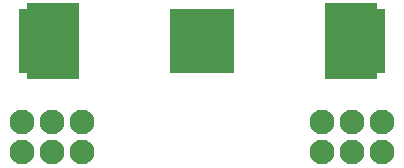
<source format=gbs>
G04 #@! TF.FileFunction,Soldermask,Bot*
%FSLAX46Y46*%
G04 Gerber Fmt 4.6, Leading zero omitted, Abs format (unit mm)*
G04 Created by KiCad (PCBNEW 4.0.2+dfsg1-stable) date 2016年12月08日 20時15分25秒*
%MOMM*%
G01*
G04 APERTURE LIST*
%ADD10C,0.100000*%
%ADD11R,5.100000X5.500000*%
%ADD12R,5.400000X5.400000*%
%ADD13R,4.400000X6.400000*%
%ADD14C,2.100000*%
G04 APERTURE END LIST*
D10*
D11*
X151130000Y-102870000D03*
X177030000Y-102870000D03*
D12*
X164090000Y-102870000D03*
D13*
X176680000Y-102870000D03*
X151480000Y-102870000D03*
D14*
X153949400Y-109651800D03*
X151409400Y-109651800D03*
X148869400Y-109651800D03*
X148869400Y-112191800D03*
X151409400Y-112191800D03*
X153949400Y-112191800D03*
X179349400Y-109651800D03*
X176809400Y-109651800D03*
X174269400Y-109651800D03*
X174269400Y-112191800D03*
X176809400Y-112191800D03*
X179349400Y-112191800D03*
M02*

</source>
